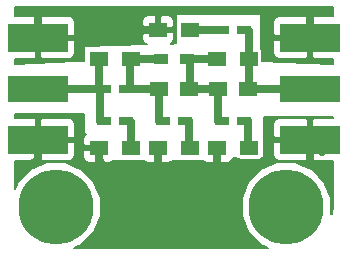
<source format=gtl>
G04 #@! TF.FileFunction,Copper,L1,Top,Signal*
%FSLAX46Y46*%
G04 Gerber Fmt 4.6, Leading zero omitted, Abs format (unit mm)*
G04 Created by KiCad (PCBNEW (after 2015-mar-04 BZR unknown)-product) date 4/20/2017 4:49:56 PM*
%MOMM*%
G01*
G04 APERTURE LIST*
%ADD10C,0.150000*%
%ADD11R,1.500000X1.250000*%
%ADD12R,1.500000X1.300000*%
%ADD13R,5.080000X2.286000*%
%ADD14R,5.080000X2.413000*%
%ADD15C,6.350000*%
%ADD16R,1.200000X0.750000*%
%ADD17R,1.200000X0.900000*%
%ADD18C,0.889000*%
%ADD19C,0.635000*%
%ADD20C,0.203200*%
G04 APERTURE END LIST*
D10*
D11*
X20250000Y-7500000D03*
X17750000Y-7500000D03*
D12*
X7650000Y-5000000D03*
X10350000Y-5000000D03*
X17650000Y-5000000D03*
X20350000Y-5000000D03*
X10350000Y-12500000D03*
X7650000Y-12500000D03*
X15350000Y-12500000D03*
X12650000Y-12500000D03*
X20350000Y-12500000D03*
X17650000Y-12500000D03*
X15350000Y-2500000D03*
X12650000Y-2500000D03*
D11*
X15250000Y-7500000D03*
X12750000Y-7500000D03*
D13*
X2500000Y-7500000D03*
D14*
X2500000Y-3182000D03*
X2500000Y-11818000D03*
D13*
X25500000Y-7500000D03*
D14*
X25500000Y-3182000D03*
X25500000Y-11818000D03*
D15*
X23500000Y-17500000D03*
X4000000Y-17500000D03*
D16*
X8050000Y-10250000D03*
X9950000Y-10250000D03*
X9950000Y-7500000D03*
X8050000Y-7500000D03*
X13050000Y-10250000D03*
X14950000Y-10250000D03*
X18050000Y-10250000D03*
X19950000Y-10250000D03*
X19950000Y-2500000D03*
X18050000Y-2500000D03*
D17*
X12900000Y-5000000D03*
X15100000Y-5000000D03*
D18*
X2500000Y-1250000D03*
X2250000Y-13750000D03*
X25500000Y-13750000D03*
X25500000Y-1250000D03*
X11250000Y-2500000D03*
X7750000Y-13750000D03*
X12750000Y-14000000D03*
X17500000Y-14000000D03*
D19*
X10350000Y-10350000D02*
X10250000Y-10250000D01*
X10350000Y-12500000D02*
X10350000Y-10350000D01*
X15250000Y-12400000D02*
X15350000Y-12500000D01*
X15250000Y-10250000D02*
X15250000Y-12400000D01*
X20250000Y-12400000D02*
X20350000Y-12500000D01*
X20250000Y-10250000D02*
X20250000Y-12400000D01*
X15350000Y-2500000D02*
X17750000Y-2500000D01*
X25500000Y-3182000D02*
X25500000Y-2000000D01*
X26500000Y-12818000D02*
X25500000Y-11818000D01*
X2500000Y-11818000D02*
X2500000Y-12750000D01*
X2500000Y-2500000D02*
X2500000Y-3182000D01*
X2500000Y-3182000D02*
X2500000Y-1250000D01*
X2500000Y-13500000D02*
X2250000Y-13750000D01*
X2500000Y-11818000D02*
X2500000Y-13500000D01*
X25500000Y-11818000D02*
X25500000Y-13750000D01*
X25500000Y-3182000D02*
X25500000Y-1250000D01*
X12650000Y-2500000D02*
X11250000Y-2500000D01*
X7650000Y-13650000D02*
X7750000Y-13750000D01*
X7650000Y-12500000D02*
X7650000Y-13650000D01*
X12650000Y-13900000D02*
X12750000Y-14000000D01*
X12650000Y-12500000D02*
X12650000Y-13900000D01*
X17650000Y-13850000D02*
X17500000Y-14000000D01*
X17650000Y-12500000D02*
X17650000Y-13850000D01*
X2500000Y-7500000D02*
X7750000Y-7500000D01*
X7650000Y-7400000D02*
X7750000Y-7500000D01*
X7650000Y-5000000D02*
X7650000Y-7400000D01*
X7750000Y-10250000D02*
X7750000Y-7500000D01*
X10250000Y-5100000D02*
X10350000Y-5000000D01*
X10250000Y-7500000D02*
X10250000Y-5100000D01*
X12650000Y-5000000D02*
X10350000Y-5000000D01*
X10250000Y-7500000D02*
X12750000Y-7500000D01*
X12750000Y-7500000D02*
X12750000Y-10250000D01*
X15350000Y-5000000D02*
X17650000Y-5000000D01*
X17750000Y-7500000D02*
X15250000Y-7500000D01*
X15350000Y-7400000D02*
X15250000Y-7500000D01*
X15350000Y-5000000D02*
X15350000Y-7400000D01*
X17750000Y-7500000D02*
X17750000Y-10250000D01*
X20350000Y-7400000D02*
X20250000Y-7500000D01*
X20350000Y-5000000D02*
X20350000Y-7400000D01*
X20250000Y-7500000D02*
X25500000Y-7500000D01*
X20350000Y-2600000D02*
X20250000Y-2500000D01*
X20350000Y-5000000D02*
X20350000Y-2600000D01*
D20*
G36*
X27453900Y-17446212D02*
X27331378Y-18062167D01*
X27284067Y-18112436D01*
X27285256Y-16750499D01*
X26710299Y-15358997D01*
X25646603Y-14293443D01*
X25347600Y-14169286D01*
X25347600Y-13481700D01*
X25347600Y-11970400D01*
X25347600Y-11665600D01*
X25347600Y-10154300D01*
X25195200Y-10001900D01*
X22838743Y-10001900D01*
X22614689Y-10094706D01*
X22443206Y-10266189D01*
X22350400Y-10490243D01*
X22350400Y-10732757D01*
X22350400Y-11513200D01*
X22502800Y-11665600D01*
X25347600Y-11665600D01*
X25347600Y-11970400D01*
X22502800Y-11970400D01*
X22350400Y-12122800D01*
X22350400Y-12903243D01*
X22350400Y-13145757D01*
X22443206Y-13369811D01*
X22614689Y-13541294D01*
X22838743Y-13634100D01*
X25195200Y-13634100D01*
X25347600Y-13481700D01*
X25347600Y-14169286D01*
X24256106Y-13716058D01*
X22750499Y-13714744D01*
X21358997Y-14289701D01*
X20293443Y-15353397D01*
X19716058Y-16743894D01*
X19714744Y-18249501D01*
X20289701Y-19641003D01*
X21353397Y-20706557D01*
X21949064Y-20953900D01*
X5551443Y-20953900D01*
X6141003Y-20710299D01*
X7206557Y-19646603D01*
X7783942Y-18256106D01*
X7785256Y-16750499D01*
X7497600Y-16054318D01*
X7497600Y-13607200D01*
X7497600Y-12652400D01*
X6442800Y-12652400D01*
X6290400Y-12804800D01*
X6290400Y-13028743D01*
X6290400Y-13271257D01*
X6383206Y-13495311D01*
X6554689Y-13666794D01*
X6778743Y-13759600D01*
X7345200Y-13759600D01*
X7497600Y-13607200D01*
X7497600Y-16054318D01*
X7210299Y-15358997D01*
X6146603Y-14293443D01*
X5649600Y-14087069D01*
X5649600Y-13145757D01*
X5649600Y-12903243D01*
X5649600Y-12122800D01*
X5649600Y-11513200D01*
X5649600Y-10732757D01*
X5649600Y-10490243D01*
X5556794Y-10266189D01*
X5385311Y-10094706D01*
X5161257Y-10001900D01*
X2804800Y-10001900D01*
X2652400Y-10154300D01*
X2652400Y-11665600D01*
X5497200Y-11665600D01*
X5649600Y-11513200D01*
X5649600Y-12122800D01*
X5497200Y-11970400D01*
X2652400Y-11970400D01*
X2652400Y-13481700D01*
X2804800Y-13634100D01*
X5161257Y-13634100D01*
X5385311Y-13541294D01*
X5556794Y-13369811D01*
X5649600Y-13145757D01*
X5649600Y-14087069D01*
X4756106Y-13716058D01*
X3250499Y-13714744D01*
X1858997Y-14289701D01*
X793443Y-15353397D01*
X546100Y-15949064D01*
X546100Y-13634100D01*
X2195200Y-13634100D01*
X2347600Y-13481700D01*
X2347600Y-11970400D01*
X2327600Y-11970400D01*
X2327600Y-11665600D01*
X2347600Y-11665600D01*
X2347600Y-10154300D01*
X2195200Y-10001900D01*
X546100Y-10001900D01*
X546100Y-9601600D01*
X6398400Y-9601600D01*
X6398400Y-11351600D01*
X6536295Y-11351600D01*
X6383206Y-11504689D01*
X6290400Y-11728743D01*
X6290400Y-11971257D01*
X6290400Y-12195200D01*
X6442800Y-12347600D01*
X7497600Y-12347600D01*
X7497600Y-12327600D01*
X7802400Y-12327600D01*
X7802400Y-12347600D01*
X7822400Y-12347600D01*
X7822400Y-12652400D01*
X7802400Y-12652400D01*
X7802400Y-13607200D01*
X7954800Y-13759600D01*
X8521257Y-13759600D01*
X8745311Y-13666794D01*
X8898400Y-13513705D01*
X8898400Y-13601600D01*
X11489495Y-13601600D01*
X11554689Y-13666794D01*
X11778743Y-13759600D01*
X12345200Y-13759600D01*
X12497600Y-13607200D01*
X12497600Y-12652400D01*
X12477600Y-12652400D01*
X12477600Y-12347600D01*
X12497600Y-12347600D01*
X12497600Y-12327600D01*
X12802400Y-12327600D01*
X12802400Y-12347600D01*
X12822400Y-12347600D01*
X12822400Y-12652400D01*
X12802400Y-12652400D01*
X12802400Y-13607200D01*
X12954800Y-13759600D01*
X13521257Y-13759600D01*
X13745311Y-13666794D01*
X13810505Y-13601600D01*
X16489495Y-13601600D01*
X16554689Y-13666794D01*
X16778743Y-13759600D01*
X17345200Y-13759600D01*
X17497600Y-13607200D01*
X17497600Y-12652400D01*
X17477600Y-12652400D01*
X17477600Y-12347600D01*
X17497600Y-12347600D01*
X17497600Y-12327600D01*
X17802400Y-12327600D01*
X17802400Y-12347600D01*
X17822400Y-12347600D01*
X17822400Y-12652400D01*
X17802400Y-12652400D01*
X17802400Y-13607200D01*
X17954800Y-13759600D01*
X18521257Y-13759600D01*
X18745311Y-13666794D01*
X18916794Y-13495311D01*
X18976320Y-13351600D01*
X19307103Y-13351600D01*
X19342023Y-13404759D01*
X19460201Y-13484531D01*
X19600000Y-13512567D01*
X21100000Y-13512567D01*
X21235589Y-13486259D01*
X21354759Y-13407977D01*
X21392814Y-13351600D01*
X21601600Y-13351600D01*
X21601600Y-9851600D01*
X27453900Y-9851600D01*
X27453900Y-10001900D01*
X25804800Y-10001900D01*
X25652400Y-10154300D01*
X25652400Y-11665600D01*
X25672400Y-11665600D01*
X25672400Y-11970400D01*
X25652400Y-11970400D01*
X25652400Y-13481700D01*
X25804800Y-13634100D01*
X27453900Y-13634100D01*
X27453900Y-17446212D01*
X27453900Y-17446212D01*
G37*
X27453900Y-17446212D02*
X27331378Y-18062167D01*
X27284067Y-18112436D01*
X27285256Y-16750499D01*
X26710299Y-15358997D01*
X25646603Y-14293443D01*
X25347600Y-14169286D01*
X25347600Y-13481700D01*
X25347600Y-11970400D01*
X25347600Y-11665600D01*
X25347600Y-10154300D01*
X25195200Y-10001900D01*
X22838743Y-10001900D01*
X22614689Y-10094706D01*
X22443206Y-10266189D01*
X22350400Y-10490243D01*
X22350400Y-10732757D01*
X22350400Y-11513200D01*
X22502800Y-11665600D01*
X25347600Y-11665600D01*
X25347600Y-11970400D01*
X22502800Y-11970400D01*
X22350400Y-12122800D01*
X22350400Y-12903243D01*
X22350400Y-13145757D01*
X22443206Y-13369811D01*
X22614689Y-13541294D01*
X22838743Y-13634100D01*
X25195200Y-13634100D01*
X25347600Y-13481700D01*
X25347600Y-14169286D01*
X24256106Y-13716058D01*
X22750499Y-13714744D01*
X21358997Y-14289701D01*
X20293443Y-15353397D01*
X19716058Y-16743894D01*
X19714744Y-18249501D01*
X20289701Y-19641003D01*
X21353397Y-20706557D01*
X21949064Y-20953900D01*
X5551443Y-20953900D01*
X6141003Y-20710299D01*
X7206557Y-19646603D01*
X7783942Y-18256106D01*
X7785256Y-16750499D01*
X7497600Y-16054318D01*
X7497600Y-13607200D01*
X7497600Y-12652400D01*
X6442800Y-12652400D01*
X6290400Y-12804800D01*
X6290400Y-13028743D01*
X6290400Y-13271257D01*
X6383206Y-13495311D01*
X6554689Y-13666794D01*
X6778743Y-13759600D01*
X7345200Y-13759600D01*
X7497600Y-13607200D01*
X7497600Y-16054318D01*
X7210299Y-15358997D01*
X6146603Y-14293443D01*
X5649600Y-14087069D01*
X5649600Y-13145757D01*
X5649600Y-12903243D01*
X5649600Y-12122800D01*
X5649600Y-11513200D01*
X5649600Y-10732757D01*
X5649600Y-10490243D01*
X5556794Y-10266189D01*
X5385311Y-10094706D01*
X5161257Y-10001900D01*
X2804800Y-10001900D01*
X2652400Y-10154300D01*
X2652400Y-11665600D01*
X5497200Y-11665600D01*
X5649600Y-11513200D01*
X5649600Y-12122800D01*
X5497200Y-11970400D01*
X2652400Y-11970400D01*
X2652400Y-13481700D01*
X2804800Y-13634100D01*
X5161257Y-13634100D01*
X5385311Y-13541294D01*
X5556794Y-13369811D01*
X5649600Y-13145757D01*
X5649600Y-14087069D01*
X4756106Y-13716058D01*
X3250499Y-13714744D01*
X1858997Y-14289701D01*
X793443Y-15353397D01*
X546100Y-15949064D01*
X546100Y-13634100D01*
X2195200Y-13634100D01*
X2347600Y-13481700D01*
X2347600Y-11970400D01*
X2327600Y-11970400D01*
X2327600Y-11665600D01*
X2347600Y-11665600D01*
X2347600Y-10154300D01*
X2195200Y-10001900D01*
X546100Y-10001900D01*
X546100Y-9601600D01*
X6398400Y-9601600D01*
X6398400Y-11351600D01*
X6536295Y-11351600D01*
X6383206Y-11504689D01*
X6290400Y-11728743D01*
X6290400Y-11971257D01*
X6290400Y-12195200D01*
X6442800Y-12347600D01*
X7497600Y-12347600D01*
X7497600Y-12327600D01*
X7802400Y-12327600D01*
X7802400Y-12347600D01*
X7822400Y-12347600D01*
X7822400Y-12652400D01*
X7802400Y-12652400D01*
X7802400Y-13607200D01*
X7954800Y-13759600D01*
X8521257Y-13759600D01*
X8745311Y-13666794D01*
X8898400Y-13513705D01*
X8898400Y-13601600D01*
X11489495Y-13601600D01*
X11554689Y-13666794D01*
X11778743Y-13759600D01*
X12345200Y-13759600D01*
X12497600Y-13607200D01*
X12497600Y-12652400D01*
X12477600Y-12652400D01*
X12477600Y-12347600D01*
X12497600Y-12347600D01*
X12497600Y-12327600D01*
X12802400Y-12327600D01*
X12802400Y-12347600D01*
X12822400Y-12347600D01*
X12822400Y-12652400D01*
X12802400Y-12652400D01*
X12802400Y-13607200D01*
X12954800Y-13759600D01*
X13521257Y-13759600D01*
X13745311Y-13666794D01*
X13810505Y-13601600D01*
X16489495Y-13601600D01*
X16554689Y-13666794D01*
X16778743Y-13759600D01*
X17345200Y-13759600D01*
X17497600Y-13607200D01*
X17497600Y-12652400D01*
X17477600Y-12652400D01*
X17477600Y-12347600D01*
X17497600Y-12347600D01*
X17497600Y-12327600D01*
X17802400Y-12327600D01*
X17802400Y-12347600D01*
X17822400Y-12347600D01*
X17822400Y-12652400D01*
X17802400Y-12652400D01*
X17802400Y-13607200D01*
X17954800Y-13759600D01*
X18521257Y-13759600D01*
X18745311Y-13666794D01*
X18916794Y-13495311D01*
X18976320Y-13351600D01*
X19307103Y-13351600D01*
X19342023Y-13404759D01*
X19460201Y-13484531D01*
X19600000Y-13512567D01*
X21100000Y-13512567D01*
X21235589Y-13486259D01*
X21354759Y-13407977D01*
X21392814Y-13351600D01*
X21601600Y-13351600D01*
X21601600Y-9851600D01*
X27453900Y-9851600D01*
X27453900Y-10001900D01*
X25804800Y-10001900D01*
X25652400Y-10154300D01*
X25652400Y-11665600D01*
X25672400Y-11665600D01*
X25672400Y-11970400D01*
X25652400Y-11970400D01*
X25652400Y-13481700D01*
X25804800Y-13634100D01*
X27453900Y-13634100D01*
X27453900Y-17446212D01*
G36*
X27453900Y-5369903D02*
X25347600Y-5294678D01*
X25347600Y-4845700D01*
X25347600Y-3334400D01*
X25347600Y-3029600D01*
X25347600Y-1518300D01*
X25195200Y-1365900D01*
X22838743Y-1365900D01*
X22614689Y-1458706D01*
X22443206Y-1630189D01*
X22350400Y-1854243D01*
X22350400Y-2096757D01*
X22350400Y-2877200D01*
X22502800Y-3029600D01*
X25347600Y-3029600D01*
X25347600Y-3334400D01*
X22502800Y-3334400D01*
X22350400Y-3486800D01*
X22350400Y-4267243D01*
X22350400Y-4509757D01*
X22443206Y-4733811D01*
X22614689Y-4905294D01*
X22838743Y-4998100D01*
X25195200Y-4998100D01*
X25347600Y-4845700D01*
X25347600Y-5294678D01*
X21462567Y-5155927D01*
X21462567Y-4350000D01*
X21436259Y-4214411D01*
X21357977Y-4095241D01*
X21351600Y-4090936D01*
X21351600Y-1148400D01*
X14148400Y-1148400D01*
X14148400Y-3651625D01*
X13747549Y-3664555D01*
X13916794Y-3495311D01*
X14009600Y-3271257D01*
X14009600Y-3028743D01*
X14009600Y-2804800D01*
X14009600Y-2195200D01*
X14009600Y-1971257D01*
X14009600Y-1728743D01*
X13916794Y-1504689D01*
X13745311Y-1333206D01*
X13521257Y-1240400D01*
X12954800Y-1240400D01*
X12802400Y-1392800D01*
X12802400Y-2347600D01*
X13857200Y-2347600D01*
X14009600Y-2195200D01*
X14009600Y-2804800D01*
X13857200Y-2652400D01*
X12802400Y-2652400D01*
X12802400Y-2672400D01*
X12497600Y-2672400D01*
X12497600Y-2652400D01*
X12497600Y-2347600D01*
X12497600Y-1392800D01*
X12345200Y-1240400D01*
X11778743Y-1240400D01*
X11554689Y-1333206D01*
X11383206Y-1504689D01*
X11290400Y-1728743D01*
X11290400Y-1971257D01*
X11290400Y-2195200D01*
X11442800Y-2347600D01*
X12497600Y-2347600D01*
X12497600Y-2652400D01*
X11442800Y-2652400D01*
X11290400Y-2804800D01*
X11290400Y-3028743D01*
X11290400Y-3271257D01*
X11383206Y-3495311D01*
X11554689Y-3666794D01*
X11708112Y-3730343D01*
X6398400Y-3901625D01*
X6398400Y-5152233D01*
X5649600Y-5181032D01*
X5649600Y-4509757D01*
X5649600Y-4267243D01*
X5649600Y-3486800D01*
X5649600Y-2877200D01*
X5649600Y-2096757D01*
X5649600Y-1854243D01*
X5556794Y-1630189D01*
X5385311Y-1458706D01*
X5161257Y-1365900D01*
X2804800Y-1365900D01*
X2652400Y-1518300D01*
X2652400Y-3029600D01*
X5497200Y-3029600D01*
X5649600Y-2877200D01*
X5649600Y-3486800D01*
X5497200Y-3334400D01*
X2652400Y-3334400D01*
X2652400Y-4845700D01*
X2804800Y-4998100D01*
X5161257Y-4998100D01*
X5385311Y-4905294D01*
X5556794Y-4733811D01*
X5649600Y-4509757D01*
X5649600Y-5181032D01*
X546100Y-5377320D01*
X546100Y-4998100D01*
X2195200Y-4998100D01*
X2347600Y-4845700D01*
X2347600Y-3334400D01*
X2327600Y-3334400D01*
X2327600Y-3029600D01*
X2347600Y-3029600D01*
X2347600Y-1518300D01*
X2195200Y-1365900D01*
X546100Y-1365900D01*
X546100Y-546100D01*
X27453900Y-546100D01*
X27453900Y-1365900D01*
X25804800Y-1365900D01*
X25652400Y-1518300D01*
X25652400Y-3029600D01*
X25672400Y-3029600D01*
X25672400Y-3334400D01*
X25652400Y-3334400D01*
X25652400Y-4845700D01*
X25804800Y-4998100D01*
X27453900Y-4998100D01*
X27453900Y-5369903D01*
X27453900Y-5369903D01*
G37*
X27453900Y-5369903D02*
X25347600Y-5294678D01*
X25347600Y-4845700D01*
X25347600Y-3334400D01*
X25347600Y-3029600D01*
X25347600Y-1518300D01*
X25195200Y-1365900D01*
X22838743Y-1365900D01*
X22614689Y-1458706D01*
X22443206Y-1630189D01*
X22350400Y-1854243D01*
X22350400Y-2096757D01*
X22350400Y-2877200D01*
X22502800Y-3029600D01*
X25347600Y-3029600D01*
X25347600Y-3334400D01*
X22502800Y-3334400D01*
X22350400Y-3486800D01*
X22350400Y-4267243D01*
X22350400Y-4509757D01*
X22443206Y-4733811D01*
X22614689Y-4905294D01*
X22838743Y-4998100D01*
X25195200Y-4998100D01*
X25347600Y-4845700D01*
X25347600Y-5294678D01*
X21462567Y-5155927D01*
X21462567Y-4350000D01*
X21436259Y-4214411D01*
X21357977Y-4095241D01*
X21351600Y-4090936D01*
X21351600Y-1148400D01*
X14148400Y-1148400D01*
X14148400Y-3651625D01*
X13747549Y-3664555D01*
X13916794Y-3495311D01*
X14009600Y-3271257D01*
X14009600Y-3028743D01*
X14009600Y-2804800D01*
X14009600Y-2195200D01*
X14009600Y-1971257D01*
X14009600Y-1728743D01*
X13916794Y-1504689D01*
X13745311Y-1333206D01*
X13521257Y-1240400D01*
X12954800Y-1240400D01*
X12802400Y-1392800D01*
X12802400Y-2347600D01*
X13857200Y-2347600D01*
X14009600Y-2195200D01*
X14009600Y-2804800D01*
X13857200Y-2652400D01*
X12802400Y-2652400D01*
X12802400Y-2672400D01*
X12497600Y-2672400D01*
X12497600Y-2652400D01*
X12497600Y-2347600D01*
X12497600Y-1392800D01*
X12345200Y-1240400D01*
X11778743Y-1240400D01*
X11554689Y-1333206D01*
X11383206Y-1504689D01*
X11290400Y-1728743D01*
X11290400Y-1971257D01*
X11290400Y-2195200D01*
X11442800Y-2347600D01*
X12497600Y-2347600D01*
X12497600Y-2652400D01*
X11442800Y-2652400D01*
X11290400Y-2804800D01*
X11290400Y-3028743D01*
X11290400Y-3271257D01*
X11383206Y-3495311D01*
X11554689Y-3666794D01*
X11708112Y-3730343D01*
X6398400Y-3901625D01*
X6398400Y-5152233D01*
X5649600Y-5181032D01*
X5649600Y-4509757D01*
X5649600Y-4267243D01*
X5649600Y-3486800D01*
X5649600Y-2877200D01*
X5649600Y-2096757D01*
X5649600Y-1854243D01*
X5556794Y-1630189D01*
X5385311Y-1458706D01*
X5161257Y-1365900D01*
X2804800Y-1365900D01*
X2652400Y-1518300D01*
X2652400Y-3029600D01*
X5497200Y-3029600D01*
X5649600Y-2877200D01*
X5649600Y-3486800D01*
X5497200Y-3334400D01*
X2652400Y-3334400D01*
X2652400Y-4845700D01*
X2804800Y-4998100D01*
X5161257Y-4998100D01*
X5385311Y-4905294D01*
X5556794Y-4733811D01*
X5649600Y-4509757D01*
X5649600Y-5181032D01*
X546100Y-5377320D01*
X546100Y-4998100D01*
X2195200Y-4998100D01*
X2347600Y-4845700D01*
X2347600Y-3334400D01*
X2327600Y-3334400D01*
X2327600Y-3029600D01*
X2347600Y-3029600D01*
X2347600Y-1518300D01*
X2195200Y-1365900D01*
X546100Y-1365900D01*
X546100Y-546100D01*
X27453900Y-546100D01*
X27453900Y-1365900D01*
X25804800Y-1365900D01*
X25652400Y-1518300D01*
X25652400Y-3029600D01*
X25672400Y-3029600D01*
X25672400Y-3334400D01*
X25652400Y-3334400D01*
X25652400Y-4845700D01*
X25804800Y-4998100D01*
X27453900Y-4998100D01*
X27453900Y-5369903D01*
M02*

</source>
